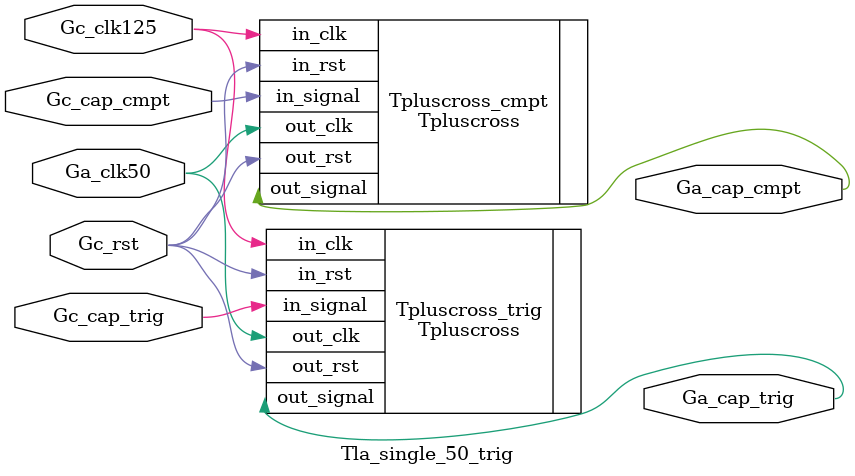
<source format=v>
`timescale 1ns / 1ps


module Tla_single_50_trig(
input                    Gc_clk125        ,
input                    Gc_rst           ,
input                    Gc_cap_trig      ,
input                    Gc_cap_cmpt      ,
input                    Ga_clk50         ,
output                   Ga_cap_trig      ,
output                   Ga_cap_cmpt
    );

localparam VAL_DEL = 10 ,
           VAL_DEB = 3  ;

Tpluscross
#(
.VAL_DEL (VAL_DEL),
.VAL_DEB (VAL_DEB)
)
Tpluscross_trig
(
.in_clk        (Gc_clk125    ),
.in_rst        (Gc_rst       ),
.in_signal     (Gc_cap_trig  ),
.out_clk       (Ga_clk50     ),
.out_rst       (Gc_rst       ),
.out_signal    (Ga_cap_trig  )
    );

Tpluscross
#(
.VAL_DEL (VAL_DEL),
.VAL_DEB (VAL_DEB)
)
Tpluscross_cmpt
(
.in_clk        (Gc_clk125    ),
.in_rst        (Gc_rst       ),
.in_signal     (Gc_cap_cmpt  ),
.out_clk       (Ga_clk50     ),
.out_rst       (Gc_rst       ),
.out_signal    (Ga_cap_cmpt  )
    );

endmodule

</source>
